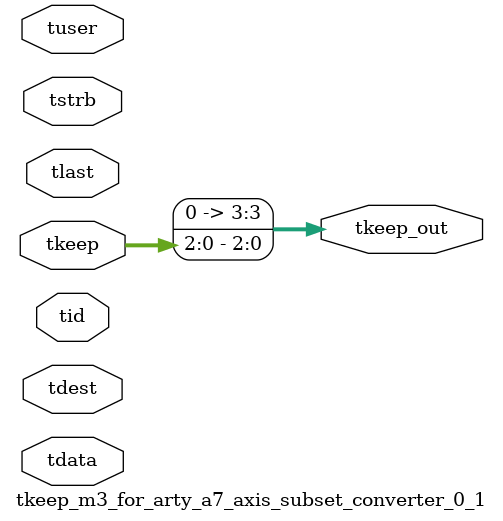
<source format=v>


`timescale 1ps/1ps

module tkeep_m3_for_arty_a7_axis_subset_converter_0_1 #
(
parameter C_S_AXIS_TDATA_WIDTH = 32,
parameter C_S_AXIS_TUSER_WIDTH = 0,
parameter C_S_AXIS_TID_WIDTH   = 0,
parameter C_S_AXIS_TDEST_WIDTH = 0,
parameter C_M_AXIS_TDATA_WIDTH = 32
)
(
input  [(C_S_AXIS_TDATA_WIDTH == 0 ? 1 : C_S_AXIS_TDATA_WIDTH)-1:0     ] tdata,
input  [(C_S_AXIS_TUSER_WIDTH == 0 ? 1 : C_S_AXIS_TUSER_WIDTH)-1:0     ] tuser,
input  [(C_S_AXIS_TID_WIDTH   == 0 ? 1 : C_S_AXIS_TID_WIDTH)-1:0       ] tid,
input  [(C_S_AXIS_TDEST_WIDTH == 0 ? 1 : C_S_AXIS_TDEST_WIDTH)-1:0     ] tdest,
input  [(C_S_AXIS_TDATA_WIDTH/8)-1:0 ] tkeep,
input  [(C_S_AXIS_TDATA_WIDTH/8)-1:0 ] tstrb,
input                                                                    tlast,
output [(C_M_AXIS_TDATA_WIDTH/8)-1:0 ] tkeep_out
);

assign tkeep_out = {tkeep[2:0]};

endmodule


</source>
